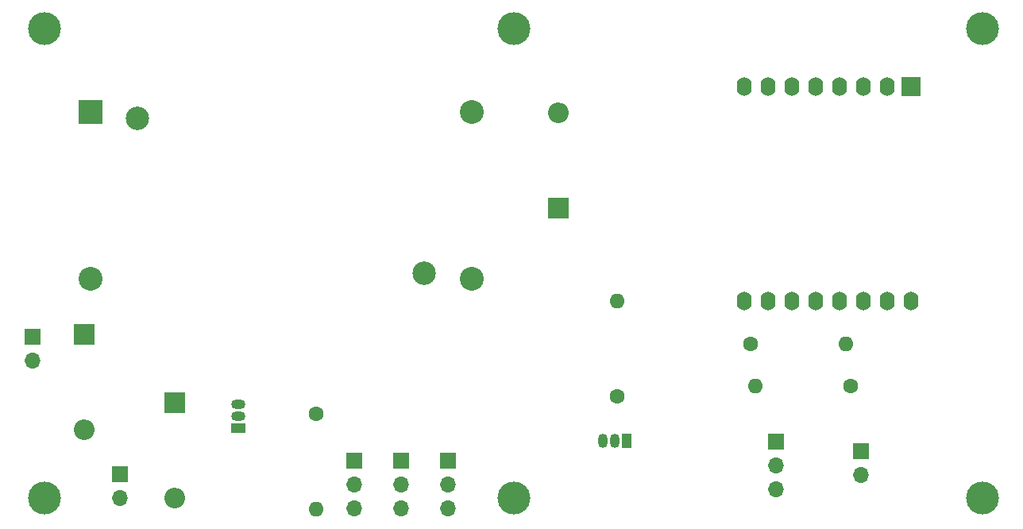
<source format=gbr>
%TF.GenerationSoftware,KiCad,Pcbnew,6.0.2+dfsg-1*%
%TF.CreationDate,2023-12-02T18:14:31+01:00*%
%TF.ProjectId,kicad_test_eurocard,6b696361-645f-4746-9573-745f6575726f,1.0*%
%TF.SameCoordinates,PX43b5fc0PY2ebae40*%
%TF.FileFunction,Soldermask,Top*%
%TF.FilePolarity,Negative*%
%FSLAX46Y46*%
G04 Gerber Fmt 4.6, Leading zero omitted, Abs format (unit mm)*
G04 Created by KiCad (PCBNEW 6.0.2+dfsg-1) date 2023-12-02 18:14:31*
%MOMM*%
%LPD*%
G01*
G04 APERTURE LIST*
%ADD10R,2.540000X2.540000*%
%ADD11C,2.540000*%
%ADD12O,1.600000X2.000000*%
%ADD13R,2.000000X2.000000*%
%ADD14C,3.500000*%
%ADD15R,2.200000X2.200000*%
%ADD16O,2.200000X2.200000*%
%ADD17R,1.700000X1.700000*%
%ADD18O,1.700000X1.700000*%
%ADD19R,1.050000X1.500000*%
%ADD20O,1.050000X1.500000*%
%ADD21R,1.500000X1.050000*%
%ADD22O,1.500000X1.050000*%
%ADD23C,1.600000*%
%ADD24O,1.600000X1.600000*%
%ADD25C,2.500000*%
G04 APERTURE END LIST*
D10*
%TO.C,U2*%
X9882600Y-13856400D03*
D11*
X9882600Y-31636400D03*
X50522600Y-31636400D03*
X50522600Y-13856400D03*
%TD*%
D12*
%TO.C,U3*%
X97411000Y-34024000D03*
X94871000Y-34024000D03*
X92331000Y-34024000D03*
X89791000Y-34024000D03*
X87251000Y-34024000D03*
X84711000Y-34024000D03*
X82171000Y-34024000D03*
X79631000Y-34024000D03*
X79631000Y-11164000D03*
X82171000Y-11164000D03*
X84711000Y-11164000D03*
X87251000Y-11164000D03*
X89791000Y-11164000D03*
X92331000Y-11164000D03*
X94871000Y-11164000D03*
D13*
X97411000Y-11164000D03*
%TD*%
D14*
%TO.C,REF\u002A\u002A*%
X5000000Y-5000000D03*
%TD*%
%TO.C,REF\u002A\u002A*%
X55000000Y-5000000D03*
%TD*%
%TO.C,REF\u002A\u002A*%
X105000000Y-5000000D03*
%TD*%
%TO.C,REF\u002A\u002A*%
X5000000Y-55000000D03*
%TD*%
%TO.C,REF\u002A\u002A*%
X55000000Y-55000000D03*
%TD*%
%TO.C,REF\u002A\u002A*%
X105000000Y-55000000D03*
%TD*%
D15*
%TO.C,D2*%
X59768200Y-24067200D03*
D16*
X59768200Y-13907200D03*
%TD*%
D15*
%TO.C,D3*%
X18848800Y-44869800D03*
D16*
X18848800Y-55029800D03*
%TD*%
D15*
%TO.C,D4*%
X9222200Y-37580000D03*
D16*
X9222200Y-47740000D03*
%TD*%
D17*
%TO.C,J1*%
X83000000Y-49000000D03*
D18*
X83000000Y-51540000D03*
X83000000Y-54080000D03*
%TD*%
D17*
%TO.C,J2*%
X3710400Y-37834000D03*
D18*
X3710400Y-40374000D03*
%TD*%
D17*
%TO.C,J3*%
X13083000Y-52439000D03*
D18*
X13083000Y-54979000D03*
%TD*%
D17*
%TO.C,J4*%
X48000000Y-51000000D03*
D18*
X48000000Y-53540000D03*
X48000000Y-56080000D03*
%TD*%
D17*
%TO.C,J5*%
X43000000Y-51000000D03*
D18*
X43000000Y-53540000D03*
X43000000Y-56080000D03*
%TD*%
D17*
%TO.C,J6*%
X38000000Y-51000000D03*
D18*
X38000000Y-53540000D03*
X38000000Y-56080000D03*
%TD*%
D17*
%TO.C,J7*%
X92000000Y-50000000D03*
D18*
X92000000Y-52540000D03*
%TD*%
D19*
%TO.C,Q2*%
X67083400Y-48908400D03*
D20*
X65813400Y-48908400D03*
X64543400Y-48908400D03*
%TD*%
D21*
%TO.C,Q3*%
X25681400Y-47587600D03*
D22*
X25681400Y-46317600D03*
X25681400Y-45047600D03*
%TD*%
D23*
%TO.C,R2*%
X66067400Y-44158600D03*
D24*
X66067400Y-33998600D03*
%TD*%
D23*
%TO.C,R3*%
X80240600Y-38570600D03*
D24*
X90400600Y-38570600D03*
%TD*%
D23*
%TO.C,R4*%
X90934000Y-43066400D03*
D24*
X80774000Y-43066400D03*
%TD*%
D23*
%TO.C,R5*%
X34000000Y-46000000D03*
D24*
X34000000Y-56160000D03*
%TD*%
D25*
%TO.C,REF\u002A\u002A*%
X45462026Y-31032825D03*
%TD*%
%TO.C,REF\u002A\u002A*%
X14945926Y-14490620D03*
%TD*%
M02*

</source>
